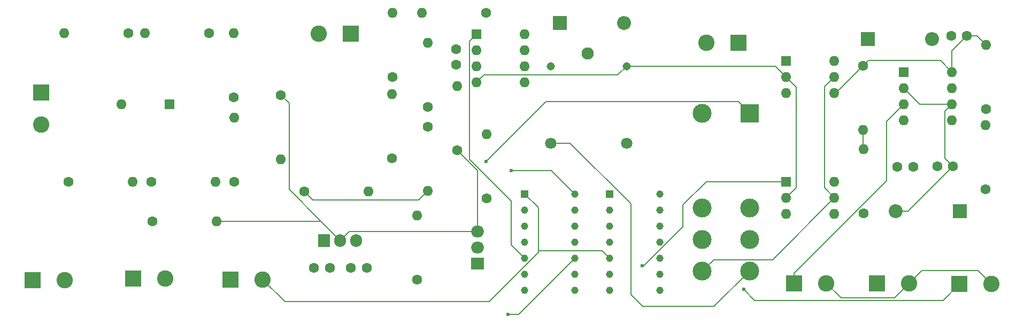
<source format=gbr>
%TF.GenerationSoftware,KiCad,Pcbnew,7.0.5*%
%TF.CreationDate,2023-12-24T17:16:59+05:30*%
%TF.ProjectId,TSALv3,5453414c-7633-42e6-9b69-6361645f7063,rev?*%
%TF.SameCoordinates,Original*%
%TF.FileFunction,Copper,L2,Bot*%
%TF.FilePolarity,Positive*%
%FSLAX46Y46*%
G04 Gerber Fmt 4.6, Leading zero omitted, Abs format (unit mm)*
G04 Created by KiCad (PCBNEW 7.0.5) date 2023-12-24 17:16:59*
%MOMM*%
%LPD*%
G01*
G04 APERTURE LIST*
%TA.AperFunction,ComponentPad*%
%ADD10C,1.600000*%
%TD*%
%TA.AperFunction,ComponentPad*%
%ADD11O,1.600000X1.600000*%
%TD*%
%TA.AperFunction,ComponentPad*%
%ADD12R,2.600000X2.600000*%
%TD*%
%TA.AperFunction,ComponentPad*%
%ADD13C,2.600000*%
%TD*%
%TA.AperFunction,ComponentPad*%
%ADD14R,1.905000X2.000000*%
%TD*%
%TA.AperFunction,ComponentPad*%
%ADD15O,1.905000X2.000000*%
%TD*%
%TA.AperFunction,ComponentPad*%
%ADD16R,1.170000X1.170000*%
%TD*%
%TA.AperFunction,ComponentPad*%
%ADD17C,1.170000*%
%TD*%
%TA.AperFunction,ComponentPad*%
%ADD18R,2.000000X1.905000*%
%TD*%
%TA.AperFunction,ComponentPad*%
%ADD19O,2.000000X1.905000*%
%TD*%
%TA.AperFunction,ComponentPad*%
%ADD20R,2.200000X2.200000*%
%TD*%
%TA.AperFunction,ComponentPad*%
%ADD21O,2.200000X2.200000*%
%TD*%
%TA.AperFunction,ComponentPad*%
%ADD22C,3.000000*%
%TD*%
%TA.AperFunction,ComponentPad*%
%ADD23R,3.000000X3.000000*%
%TD*%
%TA.AperFunction,ComponentPad*%
%ADD24R,1.600000X1.600000*%
%TD*%
%TA.AperFunction,ComponentPad*%
%ADD25C,1.308000*%
%TD*%
%TA.AperFunction,ComponentPad*%
%ADD26C,1.950000*%
%TD*%
%TA.AperFunction,ComponentPad*%
%ADD27C,1.800000*%
%TD*%
%TA.AperFunction,ViaPad*%
%ADD28C,0.600000*%
%TD*%
%TA.AperFunction,Conductor*%
%ADD29C,0.200000*%
%TD*%
G04 APERTURE END LIST*
D10*
%TO.P,R4,1*%
%TO.N,Net-(R2-Pad2)*%
X86842600Y-61391800D03*
D11*
%TO.P,R4,2*%
%TO.N,Net-(R4-Pad2)*%
X97002600Y-61391800D03*
%TD*%
D10*
%TO.P,R8,1*%
%TO.N,/Vin*%
X96012000Y-37871400D03*
D11*
%TO.P,R8,2*%
%TO.N,Net-(R8-Pad2)*%
X85852000Y-37871400D03*
%TD*%
D10*
%TO.P,R1,1*%
%TO.N,Net-(R1-Pad1)*%
X124993400Y-57632600D03*
D11*
%TO.P,R1,2*%
%TO.N,+12V*%
X124993400Y-47472600D03*
%TD*%
D12*
%TO.P,J6,1,Pin_1*%
%TO.N,+12V*%
X179862400Y-39420600D03*
D13*
%TO.P,J6,2,Pin_2*%
%TO.N,reset*%
X174782400Y-39420600D03*
%TD*%
D14*
%TO.P,U5,1,IN*%
%TO.N,+12V*%
X114249200Y-70688200D03*
D15*
%TO.P,U5,2,GND*%
%TO.N,GND*%
X116789200Y-70688200D03*
%TO.P,U5,3,OUT*%
%TO.N,+5V*%
X119329200Y-70688200D03*
%TD*%
D16*
%TO.P,U7,1,1A*%
%TO.N,unconnected-(U7-1A-Pad1)*%
X159453600Y-63322200D03*
D17*
%TO.P,U7,2,1B*%
%TO.N,unconnected-(U7-1B-Pad2)*%
X159453600Y-65862200D03*
%TO.P,U7,3,1Y*%
%TO.N,unconnected-(U7-1Y-Pad3)*%
X159453600Y-68402200D03*
%TO.P,U7,4,2A*%
%TO.N,TS Status*%
X159453600Y-70942200D03*
%TO.P,U7,5,2B*%
%TO.N,AIR State*%
X159453600Y-73482200D03*
%TO.P,U7,6,2Y*%
%TO.N,RED ON*%
X159453600Y-76022200D03*
%TO.P,U7,7,GND*%
%TO.N,GND*%
X159453600Y-78562200D03*
%TO.P,U7,8,3Y*%
%TO.N,TSAL Error*%
X167393600Y-78562200D03*
%TO.P,U7,9,3A*%
%TO.N,TS Status*%
X167393600Y-76022200D03*
%TO.P,U7,10,3B*%
%TO.N,AUX Open*%
X167393600Y-73482200D03*
%TO.P,U7,11,4Y*%
%TO.N,unconnected-(U7-4Y-Pad11)*%
X167393600Y-70942200D03*
%TO.P,U7,12,4A*%
%TO.N,unconnected-(U7-4A-Pad12)*%
X167393600Y-68402200D03*
%TO.P,U7,13,4B*%
%TO.N,unconnected-(U7-4B-Pad13)*%
X167393600Y-65862200D03*
%TO.P,U7,14,VCC*%
%TO.N,+5V*%
X167393600Y-63322200D03*
%TD*%
D10*
%TO.P,R16,1*%
%TO.N,Net-(D1-A)*%
X218998800Y-49860200D03*
D11*
%TO.P,R16,2*%
%TO.N,Net-(U4-VCC)*%
X218998800Y-39700200D03*
%TD*%
D16*
%TO.P,U6,1,1A*%
%TO.N,AIR State*%
X146000900Y-63322200D03*
D17*
%TO.P,U6,2,1Y*%
%TO.N,AUX Open*%
X146000900Y-65862200D03*
%TO.P,U6,3,2A*%
%TO.N,unconnected-(U6-2A-Pad3)*%
X146000900Y-68402200D03*
%TO.P,U6,4,2Y*%
%TO.N,unconnected-(U6-2Y-Pad4)*%
X146000900Y-70942200D03*
%TO.P,U6,5,3A*%
%TO.N,TS Status*%
X146000900Y-73482200D03*
%TO.P,U6,6,3Y*%
%TO.N,TS' Status*%
X146000900Y-76022200D03*
%TO.P,U6,7,GND*%
%TO.N,GND*%
X146000900Y-78562200D03*
%TO.P,U6,8,4Y*%
%TO.N,unconnected-(U6-4Y-Pad8)*%
X153940900Y-78562200D03*
%TO.P,U6,9,4A*%
%TO.N,unconnected-(U6-4A-Pad9)*%
X153940900Y-76022200D03*
%TO.P,U6,10,5Y*%
%TO.N,TSAL Error'*%
X153940900Y-73482200D03*
%TO.P,U6,11,5A*%
%TO.N,TSAL Error*%
X153940900Y-70942200D03*
%TO.P,U6,12,6Y*%
%TO.N,unconnected-(U6-6Y-Pad12)*%
X153940900Y-68402200D03*
%TO.P,U6,13,6A*%
%TO.N,unconnected-(U6-6A-Pad13)*%
X153940900Y-65862200D03*
%TO.P,U6,14,VCC*%
%TO.N,+5V*%
X153940900Y-63322200D03*
%TD*%
D10*
%TO.P,R3,1*%
%TO.N,/Vref*%
X111074200Y-62941200D03*
D11*
%TO.P,R3,2*%
%TO.N,Net-(R1-Pad1)*%
X121234200Y-62941200D03*
%TD*%
D10*
%TO.P,R2,1*%
%TO.N,/+HV*%
X73761600Y-61366400D03*
D11*
%TO.P,R2,2*%
%TO.N,Net-(R2-Pad2)*%
X83921600Y-61366400D03*
%TD*%
D10*
%TO.P,R10,1*%
%TO.N,Net-(U1A-+)*%
X130632200Y-49555400D03*
D11*
%TO.P,R10,2*%
%TO.N,/Vin*%
X130632200Y-39395400D03*
%TD*%
D10*
%TO.P,C2,1*%
%TO.N,Net-(U1A-+)*%
X135138000Y-42865200D03*
%TO.P,C2,2*%
%TO.N,Net-(U1A--)*%
X135138000Y-40365200D03*
%TD*%
D18*
%TO.P,Q1,1,G*%
%TO.N,Net-(Q1-G)*%
X138536800Y-74371200D03*
D19*
%TO.P,Q1,2,D*%
%TO.N,Net-(Q1-D)*%
X138536800Y-71831200D03*
%TO.P,Q1,3,S*%
%TO.N,GND*%
X138536800Y-69291200D03*
%TD*%
D10*
%TO.P,R28,1*%
%TO.N,Net-(Q1-G)*%
X139928600Y-63982600D03*
D11*
%TO.P,R28,2*%
%TO.N,GND*%
X139928600Y-53822600D03*
%TD*%
D10*
%TO.P,R5,1*%
%TO.N,GND*%
X107391200Y-47650400D03*
D11*
%TO.P,R5,2*%
%TO.N,/Vref*%
X107391200Y-57810400D03*
%TD*%
D20*
%TO.P,D3,1,K*%
%TO.N,reset*%
X151536400Y-36271200D03*
D21*
%TO.P,D3,2,A*%
%TO.N,GND*%
X161696400Y-36271200D03*
%TD*%
D10*
%TO.P,R14,1*%
%TO.N,Net-(U4-VCC)*%
X199593200Y-43002200D03*
D11*
%TO.P,R14,2*%
%TO.N,GLV-*%
X199593200Y-53162200D03*
%TD*%
D12*
%TO.P,J1,1,Pin_1*%
%TO.N,GND*%
X69418000Y-47264400D03*
D13*
%TO.P,J1,2,Pin_2*%
%TO.N,/+HV*%
X69418000Y-52344400D03*
%TD*%
D10*
%TO.P,C4,1*%
%TO.N,GLV-*%
X213507000Y-38303200D03*
%TO.P,C4,2*%
%TO.N,Net-(U4-VCC)*%
X216007000Y-38303200D03*
%TD*%
D12*
%TO.P,J4,1,Pin_1*%
%TO.N,+5V*%
X83997800Y-76733400D03*
D13*
%TO.P,J4,2,Pin_2*%
%TO.N,AIR State*%
X89077800Y-76733400D03*
%TD*%
D10*
%TO.P,C1,1*%
%TO.N,GND*%
X115143600Y-75031600D03*
%TO.P,C1,2*%
%TO.N,+12V*%
X112643600Y-75031600D03*
%TD*%
D12*
%TO.P,J7,1,Pin_1*%
%TO.N,GLV+*%
X214828200Y-77597200D03*
D13*
%TO.P,J7,2,Pin_2*%
%TO.N,GLV-*%
X219908200Y-77597200D03*
%TD*%
D10*
%TO.P,R19,1*%
%TO.N,GND*%
X135280400Y-56362600D03*
D11*
%TO.P,R19,2*%
%TO.N,Net-(U1A-+)*%
X135280400Y-46202600D03*
%TD*%
D10*
%TO.P,R18,1*%
%TO.N,Net-(U1A--)*%
X125044200Y-44831000D03*
D11*
%TO.P,R18,2*%
%TO.N,+5V*%
X125044200Y-34671000D03*
%TD*%
D22*
%TO.P,K2,11*%
%TO.N,Net-(K1-PadCOM)*%
X181609100Y-70522500D03*
%TO.P,K2,12*%
%TO.N,unconnected-(K2-Pad12)*%
X181609100Y-65522500D03*
%TO.P,K2,14*%
%TO.N,Net-(Q1-D)*%
X181609100Y-75522500D03*
%TO.P,K2,21*%
%TO.N,GLV+*%
X174109100Y-70522500D03*
%TO.P,K2,22*%
%TO.N,unconnected-(K2-Pad22)*%
X174109100Y-65522500D03*
%TO.P,K2,24*%
%TO.N,GLV supply*%
X174109100Y-75522500D03*
D23*
%TO.P,K2,A1*%
%TO.N,+12V*%
X181609100Y-50522500D03*
D22*
%TO.P,K2,A2*%
%TO.N,Net-(K1-PadCOM)*%
X174109100Y-50522500D03*
%TD*%
D10*
%TO.P,R12,1*%
%TO.N,+5V*%
X139877800Y-34620200D03*
D11*
%TO.P,R12,2*%
%TO.N,TS Status*%
X129717800Y-34620200D03*
%TD*%
D24*
%TO.P,D2,1,K*%
%TO.N,/Vin*%
X89712800Y-49123600D03*
D11*
%TO.P,D2,2,A*%
%TO.N,GND*%
X82092800Y-49123600D03*
%TD*%
D12*
%TO.P,J5,1,Pin_1*%
%TO.N,+5V*%
X99441000Y-76885800D03*
D13*
%TO.P,J5,2,Pin_2*%
%TO.N,AIR State*%
X104521000Y-76885800D03*
%TD*%
D20*
%TO.P,D4,1,K*%
%TO.N,Net-(D4-K)*%
X214858600Y-66065400D03*
D21*
%TO.P,D4,2,A*%
%TO.N,Net-(D1-K)*%
X204698600Y-66065400D03*
%TD*%
D25*
%TO.P,K1,COIL1*%
%TO.N,GND*%
X162102800Y-43070400D03*
%TO.P,K1,COIL2*%
%TO.N,reset*%
X150102800Y-43070400D03*
D26*
%TO.P,K1,COM*%
%TO.N,Net-(K1-PadCOM)*%
X155982800Y-41070400D03*
D27*
%TO.P,K1,NC*%
%TO.N,unconnected-(K1-PadNC)*%
X162102800Y-55270400D03*
%TO.P,K1,NO*%
%TO.N,Net-(Q1-D)*%
X150102800Y-55270400D03*
%TD*%
D10*
%TO.P,C6,1*%
%TO.N,GLV-*%
X211322600Y-58928000D03*
%TO.P,C6,2*%
%TO.N,Net-(D1-K)*%
X213822600Y-58928000D03*
%TD*%
D12*
%TO.P,J8,1,Pin_1*%
%TO.N,/GRN+*%
X201747200Y-77444800D03*
D13*
%TO.P,J8,2,Pin_2*%
%TO.N,GLV-*%
X206827200Y-77444800D03*
%TD*%
D10*
%TO.P,C5,1*%
%TO.N,GLV-*%
X204998000Y-59004200D03*
%TO.P,C5,2*%
%TO.N,Net-(U4-CV)*%
X207498000Y-59004200D03*
%TD*%
%TO.P,R17,1*%
%TO.N,Net-(D4-K)*%
X218922600Y-62585600D03*
D11*
%TO.P,R17,2*%
%TO.N,Net-(D1-A)*%
X218922600Y-52425600D03*
%TD*%
D24*
%TO.P,U8,1*%
%TO.N,TS' Status*%
X187411200Y-61381400D03*
D11*
%TO.P,U8,2*%
%TO.N,GND*%
X187411200Y-63921400D03*
%TO.P,U8,3,NC*%
%TO.N,unconnected-(U8-NC-Pad3)*%
X187411200Y-66461400D03*
%TO.P,U8,4*%
%TO.N,/GRN+*%
X195031200Y-66461400D03*
%TO.P,U8,5*%
%TO.N,GLV supply*%
X195031200Y-63921400D03*
%TO.P,U8,6*%
%TO.N,unconnected-(U8-Pad6)*%
X195031200Y-61381400D03*
%TD*%
D10*
%TO.P,R7,1*%
%TO.N,Net-(R6-Pad2)*%
X99923600Y-48006000D03*
D11*
%TO.P,R7,2*%
%TO.N,/Vin*%
X99923600Y-37846000D03*
%TD*%
D24*
%TO.P,U4,1,GND*%
%TO.N,GLV-*%
X206029400Y-44002800D03*
D11*
%TO.P,U4,2,TR*%
%TO.N,Net-(D1-K)*%
X206029400Y-46542800D03*
%TO.P,U4,3,Q*%
%TO.N,/RED+*%
X206029400Y-49082800D03*
%TO.P,U4,4,R*%
%TO.N,unconnected-(U4-R-Pad4)*%
X206029400Y-51622800D03*
%TO.P,U4,5,CV*%
%TO.N,Net-(U4-CV)*%
X213649400Y-51622800D03*
%TO.P,U4,6,THR*%
%TO.N,Net-(D1-K)*%
X213649400Y-49082800D03*
%TO.P,U4,7,DIS*%
%TO.N,Net-(D1-A)*%
X213649400Y-46542800D03*
%TO.P,U4,8,VCC*%
%TO.N,Net-(U4-VCC)*%
X213649400Y-44002800D03*
%TD*%
D10*
%TO.P,R9,1*%
%TO.N,Net-(R8-Pad2)*%
X83235800Y-37820600D03*
D11*
%TO.P,R9,2*%
%TO.N,GND*%
X73075800Y-37820600D03*
%TD*%
D24*
%TO.P,U1,1*%
%TO.N,TS Status*%
X138389200Y-38008400D03*
D11*
%TO.P,U1,2,-*%
%TO.N,Net-(U1A--)*%
X138389200Y-40548400D03*
%TO.P,U1,3,+*%
%TO.N,Net-(U1A-+)*%
X138389200Y-43088400D03*
%TO.P,U1,4,V-*%
%TO.N,GND*%
X138389200Y-45628400D03*
%TO.P,U1,5*%
%TO.N,N/C*%
X146009200Y-45628400D03*
%TO.P,U1,6*%
X146009200Y-43088400D03*
%TO.P,U1,7*%
X146009200Y-40548400D03*
%TO.P,U1,8,V+*%
%TO.N,+5V*%
X146009200Y-38008400D03*
%TD*%
D10*
%TO.P,R6,1*%
%TO.N,Net-(R4-Pad2)*%
X99974400Y-61417200D03*
D11*
%TO.P,R6,2*%
%TO.N,Net-(R6-Pad2)*%
X99974400Y-51257200D03*
%TD*%
D12*
%TO.P,J3,1,Pin_1*%
%TO.N,+5V*%
X68072000Y-76987400D03*
D13*
%TO.P,J3,2,Pin_2*%
%TO.N,AIR State*%
X73152000Y-76987400D03*
%TD*%
D10*
%TO.P,R27,1*%
%TO.N,TSAL Error'*%
X128981200Y-76885800D03*
D11*
%TO.P,R27,2*%
%TO.N,Net-(Q1-G)*%
X128981200Y-66725800D03*
%TD*%
D10*
%TO.P,R15,1*%
%TO.N,AIR State*%
X87020400Y-67640200D03*
D11*
%TO.P,R15,2*%
%TO.N,GND*%
X97180400Y-67640200D03*
%TD*%
D24*
%TO.P,U3,1*%
%TO.N,RED ON*%
X187360400Y-42255200D03*
D11*
%TO.P,U3,2*%
%TO.N,GND*%
X187360400Y-44795200D03*
%TO.P,U3,3,NC*%
%TO.N,unconnected-(U3-NC-Pad3)*%
X187360400Y-47335200D03*
%TO.P,U3,4*%
%TO.N,Net-(U4-VCC)*%
X194980400Y-47335200D03*
%TO.P,U3,5*%
%TO.N,GLV supply*%
X194980400Y-44795200D03*
%TO.P,U3,6*%
%TO.N,unconnected-(U3-Pad6)*%
X194980400Y-42255200D03*
%TD*%
D12*
%TO.P,J2,1,Pin_1*%
%TO.N,+12V*%
X118470600Y-37947400D03*
D13*
%TO.P,J2,2,Pin_2*%
%TO.N,GND*%
X113390600Y-37947400D03*
%TD*%
D12*
%TO.P,J9,1,Pin_1*%
%TO.N,/RED+*%
X188666200Y-77444800D03*
D13*
%TO.P,J9,2,Pin_2*%
%TO.N,GLV-*%
X193746200Y-77444800D03*
%TD*%
D20*
%TO.P,D1,1,K*%
%TO.N,Net-(D1-K)*%
X200355200Y-38811200D03*
D21*
%TO.P,D1,2,A*%
%TO.N,Net-(D1-A)*%
X210515200Y-38811200D03*
%TD*%
D10*
%TO.P,C3,1*%
%TO.N,GND*%
X118460200Y-75006200D03*
%TO.P,C3,2*%
%TO.N,+5V*%
X120960200Y-75006200D03*
%TD*%
%TO.P,R13,1*%
%TO.N,/GRN+*%
X199669400Y-66421000D03*
D11*
%TO.P,R13,2*%
%TO.N,GLV-*%
X199669400Y-56261000D03*
%TD*%
D10*
%TO.P,R11,1*%
%TO.N,Net-(U1A--)*%
X130683000Y-52679600D03*
D11*
%TO.P,R11,2*%
%TO.N,/Vref*%
X130683000Y-62839600D03*
%TD*%
D28*
%TO.N,+5V*%
X143814800Y-59613800D03*
%TO.N,+12V*%
X139903200Y-58191400D03*
%TO.N,GLV+*%
X180644800Y-78435200D03*
%TO.N,TS' Status*%
X164592000Y-74701400D03*
%TO.N,TSAL Error'*%
X143357600Y-82397600D03*
%TD*%
D29*
%TO.N,+5V*%
X143814800Y-59613800D02*
X150232500Y-59613800D01*
X150232500Y-59613800D02*
X153940900Y-63322200D01*
%TO.N,AIR State*%
X148183600Y-72551080D02*
X148183600Y-72313800D01*
X108000800Y-80365600D02*
X140369080Y-80365600D01*
X104521000Y-76885800D02*
X108000800Y-80365600D01*
X148183600Y-65504900D02*
X146000900Y-63322200D01*
X158285200Y-72313800D02*
X148183600Y-72313800D01*
X140369080Y-80365600D02*
X148183600Y-72551080D01*
X159453600Y-73482200D02*
X158285200Y-72313800D01*
X148183600Y-72313800D02*
X148183600Y-65504900D01*
%TO.N,GLV-*%
X206827200Y-77444800D02*
X204516000Y-79756000D01*
X208859400Y-75412600D02*
X206827200Y-77444800D01*
X219908200Y-77597200D02*
X217723600Y-75412600D01*
X217723600Y-75412600D02*
X208859400Y-75412600D01*
X204516000Y-79756000D02*
X196057400Y-79756000D01*
X199593200Y-53162200D02*
X199593200Y-56184800D01*
X196057400Y-79756000D02*
X193746200Y-77444800D01*
X199593200Y-56184800D02*
X199669400Y-56261000D01*
%TO.N,GND*%
X138536800Y-69291200D02*
X138536800Y-59619000D01*
X188976000Y-46410800D02*
X188976000Y-62356600D01*
X138389200Y-45628400D02*
X139567600Y-44450000D01*
X113741200Y-67640200D02*
X97180400Y-67640200D01*
X188976000Y-62356600D02*
X187411200Y-63921400D01*
X107391200Y-47650400D02*
X108712000Y-48971200D01*
X108712000Y-62611000D02*
X113741200Y-67640200D01*
X160723200Y-44450000D02*
X162102800Y-43070400D01*
X108712000Y-48971200D02*
X108712000Y-62611000D01*
X185635600Y-43070400D02*
X187360400Y-44795200D01*
X118186200Y-69291200D02*
X138536800Y-69291200D01*
X162102800Y-43070400D02*
X185635600Y-43070400D01*
X187360400Y-44795200D02*
X188976000Y-46410800D01*
X138536800Y-59619000D02*
X135280400Y-56362600D01*
X116789200Y-70688200D02*
X118186200Y-69291200D01*
X139567600Y-44450000D02*
X160723200Y-44450000D01*
X116789200Y-70688200D02*
X113741200Y-67640200D01*
%TO.N,+12V*%
X149372100Y-48722500D02*
X139903200Y-58191400D01*
X181609100Y-50522500D02*
X179809100Y-48722500D01*
X179809100Y-48722500D02*
X149372100Y-48722500D01*
%TO.N,/RED+*%
X188666200Y-75849400D02*
X188666200Y-77444800D01*
X203298600Y-61217000D02*
X188666200Y-75849400D01*
X203298600Y-51813600D02*
X203298600Y-61217000D01*
X206029400Y-49082800D02*
X203298600Y-51813600D01*
%TO.N,GLV+*%
X182365600Y-80156000D02*
X180644800Y-78435200D01*
X212269400Y-80156000D02*
X182365600Y-80156000D01*
X214828200Y-77597200D02*
X212269400Y-80156000D01*
%TO.N,Net-(Q1-D)*%
X163013200Y-79447200D02*
X164719000Y-81153000D01*
X162788600Y-64887200D02*
X162788600Y-79248000D01*
X162987800Y-79447200D02*
X163013200Y-79447200D01*
X150102800Y-55270400D02*
X153171800Y-55270400D01*
X175978600Y-81153000D02*
X181609100Y-75522500D01*
X164719000Y-81153000D02*
X175978600Y-81153000D01*
X153171800Y-55270400D02*
X162788600Y-64887200D01*
X162788600Y-79248000D02*
X162987800Y-79447200D01*
%TO.N,TS Status*%
X138389200Y-38008400D02*
X137289200Y-39108400D01*
X143891000Y-64407514D02*
X143891000Y-71372300D01*
X143891000Y-71372300D02*
X146000900Y-73482200D01*
X137289200Y-39108400D02*
X137289200Y-57805714D01*
X137289200Y-57805714D02*
X143891000Y-64407514D01*
%TO.N,TS' Status*%
X164885980Y-74701400D02*
X171069000Y-68518380D01*
X174737000Y-61381400D02*
X187411200Y-61381400D01*
X171069000Y-65049400D02*
X174737000Y-61381400D01*
X164592000Y-74701400D02*
X164885980Y-74701400D01*
X171069000Y-68518380D02*
X171069000Y-65049400D01*
%TO.N,TSAL Error'*%
X143357600Y-82397600D02*
X145025500Y-82397600D01*
X145025500Y-82397600D02*
X153940900Y-73482200D01*
%TO.N,/Vref*%
X112445800Y-64312800D02*
X129209800Y-64312800D01*
X129209800Y-64312800D02*
X130683000Y-62839600D01*
X111074200Y-62941200D02*
X112445800Y-64312800D01*
%TO.N,Net-(U4-VCC)*%
X199593200Y-43002200D02*
X200393199Y-42202201D01*
X211848801Y-42202201D02*
X213649400Y-44002800D01*
X217601800Y-38303200D02*
X218998800Y-39700200D01*
X213649400Y-44002800D02*
X213649400Y-40660800D01*
X195260200Y-47335200D02*
X194980400Y-47335200D01*
X213649400Y-40660800D02*
X216007000Y-38303200D01*
X200393199Y-42202201D02*
X211848801Y-42202201D01*
X199593200Y-43002200D02*
X195260200Y-47335200D01*
X216007000Y-38303200D02*
X217601800Y-38303200D01*
%TO.N,GLV supply*%
X185230100Y-73722500D02*
X195031200Y-63921400D01*
X193446400Y-62336600D02*
X193446400Y-46329200D01*
X195031200Y-63921400D02*
X193446400Y-62336600D01*
X174109100Y-75522500D02*
X175909100Y-73722500D01*
X175909100Y-73722500D02*
X185230100Y-73722500D01*
X193446400Y-46329200D02*
X194980400Y-44795200D01*
%TO.N,Net-(D1-K)*%
X208569400Y-49082800D02*
X206029400Y-46542800D01*
X213822600Y-58928000D02*
X212549400Y-57654800D01*
X213649400Y-49082800D02*
X208569400Y-49082800D01*
X206685200Y-66065400D02*
X213822600Y-58928000D01*
X212549400Y-57654800D02*
X212549400Y-50182800D01*
X212549400Y-50182800D02*
X213649400Y-49082800D01*
X204698600Y-66065400D02*
X206685200Y-66065400D01*
%TD*%
M02*

</source>
